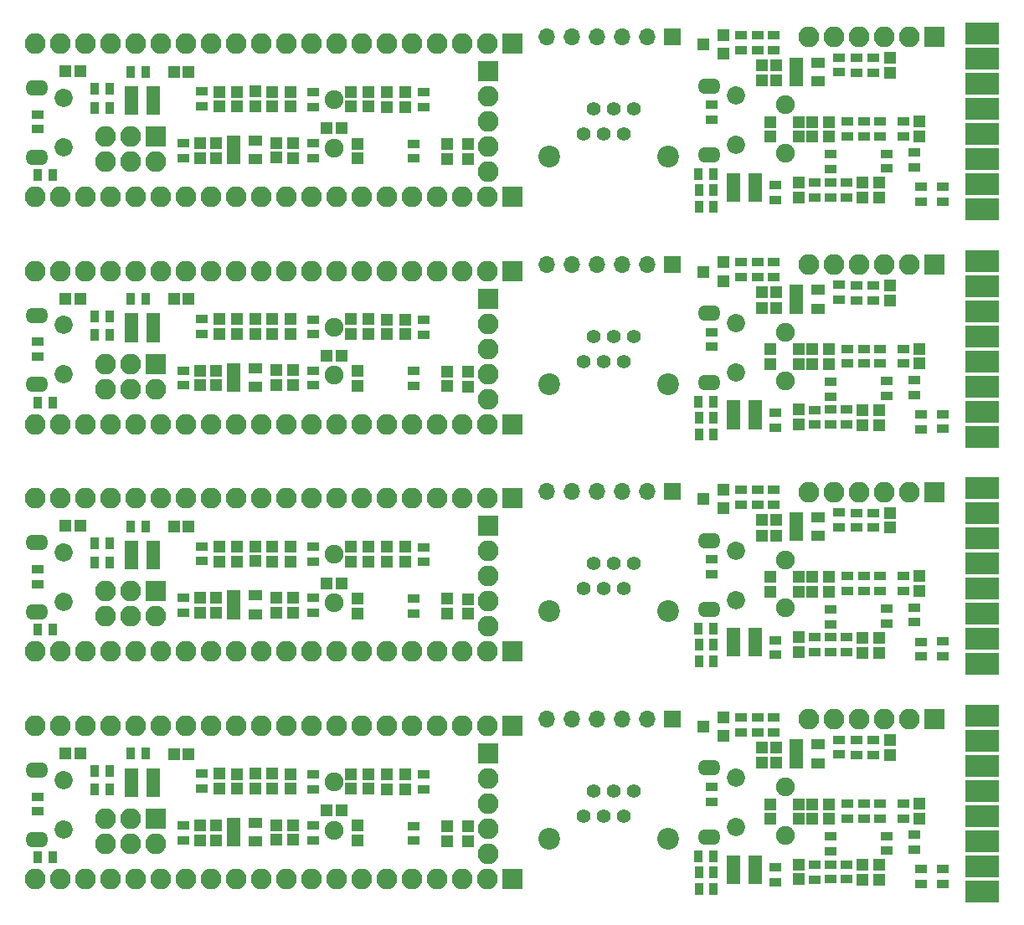
<source format=gbs>
%MOIN*%
%OFA0B0*%
%FSLAX46Y46*%
%IPPOS*%
%LPD*%
%ADD10C,0.0039370078740157488*%
%ADD11C,0.086614173228346469*%
%ADD12C,0.055118110236220472*%
%ADD13R,0.066929133858267723X0.066929133858267723*%
%ADD14O,0.066929133858267723X0.066929133858267723*%
%ADD25C,0.0039370078740157488*%
%ADD26C,0.086614173228346469*%
%ADD27C,0.055118110236220472*%
%ADD28R,0.066929133858267723X0.066929133858267723*%
%ADD29O,0.066929133858267723X0.066929133858267723*%
%ADD30C,0.0039370078740157488*%
%ADD31C,0.086614173228346469*%
%ADD32C,0.055118110236220472*%
%ADD33R,0.066929133858267723X0.066929133858267723*%
%ADD34O,0.066929133858267723X0.066929133858267723*%
%ADD35C,0.0039370078740157488*%
%ADD36C,0.086614173228346469*%
%ADD37C,0.055118110236220472*%
%ADD38R,0.066929133858267723X0.066929133858267723*%
%ADD39O,0.066929133858267723X0.066929133858267723*%
%ADD40C,0.0039370078740157488*%
%ADD41R,0.051181102362204731X0.035433070866141732*%
%ADD42C,0.072834645669291348*%
%ADD43O,0.0905511811023622X0.062992125984251982*%
%ADD44R,0.082677165354330714X0.082677165354330714*%
%ADD45O,0.082677165354330714X0.082677165354330714*%
%ADD46R,0.0452755905511811X0.047244094488188976*%
%ADD47R,0.05748031496062992X0.041338582677165357*%
%ADD48R,0.035433070866141732X0.051181102362204731*%
%ADD49R,0.051181102362204731X0.047244094488188976*%
%ADD50R,0.047244094488188976X0.0452755905511811*%
%ADD51C,0.074803149606299218*%
%ADD52C,0.0039370078740157488*%
%ADD53R,0.051181102362204731X0.035433070866141732*%
%ADD54C,0.072834645669291348*%
%ADD55O,0.0905511811023622X0.062992125984251982*%
%ADD56R,0.082677165354330714X0.082677165354330714*%
%ADD57O,0.082677165354330714X0.082677165354330714*%
%ADD58R,0.0452755905511811X0.047244094488188976*%
%ADD59R,0.05748031496062992X0.041338582677165357*%
%ADD60R,0.035433070866141732X0.051181102362204731*%
%ADD61R,0.051181102362204731X0.047244094488188976*%
%ADD62R,0.047244094488188976X0.0452755905511811*%
%ADD63C,0.074803149606299218*%
%ADD64C,0.0039370078740157488*%
%ADD65R,0.051181102362204731X0.035433070866141732*%
%ADD66C,0.072834645669291348*%
%ADD67O,0.0905511811023622X0.062992125984251982*%
%ADD68R,0.082677165354330714X0.082677165354330714*%
%ADD69O,0.082677165354330714X0.082677165354330714*%
%ADD70R,0.0452755905511811X0.047244094488188976*%
%ADD71R,0.05748031496062992X0.041338582677165357*%
%ADD72R,0.035433070866141732X0.051181102362204731*%
%ADD73R,0.051181102362204731X0.047244094488188976*%
%ADD74R,0.047244094488188976X0.0452755905511811*%
%ADD75C,0.074803149606299218*%
%ADD76C,0.0039370078740157488*%
%ADD77R,0.051181102362204731X0.035433070866141732*%
%ADD78C,0.072834645669291348*%
%ADD79O,0.0905511811023622X0.062992125984251982*%
%ADD80R,0.082677165354330714X0.082677165354330714*%
%ADD81O,0.082677165354330714X0.082677165354330714*%
%ADD82R,0.0452755905511811X0.047244094488188976*%
%ADD83R,0.05748031496062992X0.041338582677165357*%
%ADD84R,0.035433070866141732X0.051181102362204731*%
%ADD85R,0.051181102362204731X0.047244094488188976*%
%ADD86R,0.047244094488188976X0.0452755905511811*%
%ADD87C,0.074803149606299218*%
%ADD88C,0.0039370078740157488*%
%ADD89R,0.082677165354330714X0.082677165354330714*%
%ADD90O,0.082677165354330714X0.082677165354330714*%
%ADD91R,0.035433070866141732X0.051181102362204731*%
%ADD92R,0.047244094488188976X0.0452755905511811*%
%ADD93R,0.0452755905511811X0.047244094488188976*%
%ADD94C,0.074803149606299218*%
%ADD95R,0.051181102362204731X0.035433070866141732*%
%ADD96R,0.05748031496062992X0.041338582677165357*%
%ADD97C,0.072834645669291348*%
%ADD98O,0.0905511811023622X0.062992125984251982*%
%ADD99C,0.0039370078740157488*%
%ADD100R,0.082677165354330714X0.082677165354330714*%
%ADD101O,0.082677165354330714X0.082677165354330714*%
%ADD102R,0.035433070866141732X0.051181102362204731*%
%ADD103R,0.047244094488188976X0.0452755905511811*%
%ADD104R,0.0452755905511811X0.047244094488188976*%
%ADD105C,0.074803149606299218*%
%ADD106R,0.051181102362204731X0.035433070866141732*%
%ADD107R,0.05748031496062992X0.041338582677165357*%
%ADD108C,0.072834645669291348*%
%ADD109O,0.0905511811023622X0.062992125984251982*%
%ADD110C,0.0039370078740157488*%
%ADD111R,0.082677165354330714X0.082677165354330714*%
%ADD112O,0.082677165354330714X0.082677165354330714*%
%ADD113R,0.035433070866141732X0.051181102362204731*%
%ADD114R,0.047244094488188976X0.0452755905511811*%
%ADD115R,0.0452755905511811X0.047244094488188976*%
%ADD116C,0.074803149606299218*%
%ADD117R,0.051181102362204731X0.035433070866141732*%
%ADD118R,0.05748031496062992X0.041338582677165357*%
%ADD119C,0.072834645669291348*%
%ADD120O,0.0905511811023622X0.062992125984251982*%
%ADD121C,0.0039370078740157488*%
%ADD122R,0.082677165354330714X0.082677165354330714*%
%ADD123O,0.082677165354330714X0.082677165354330714*%
%ADD124R,0.035433070866141732X0.051181102362204731*%
%ADD125R,0.047244094488188976X0.0452755905511811*%
%ADD126R,0.0452755905511811X0.047244094488188976*%
%ADD127C,0.074803149606299218*%
%ADD128R,0.051181102362204731X0.035433070866141732*%
%ADD129R,0.05748031496062992X0.041338582677165357*%
%ADD130C,0.072834645669291348*%
%ADD131O,0.0905511811023622X0.062992125984251982*%
G01G01*
D10*
D11*
X0002047244Y0000905511D02*
X0002124015Y0000310629D03*
X0002596456Y0000310629D03*
D12*
X0002260236Y0000401181D03*
X0002300196Y0000501181D03*
X0002340157Y0000401181D03*
X0002380118Y0000501181D03*
X0002420078Y0000401181D03*
X0002460039Y0000501181D03*
D13*
X0002612204Y0000787401D03*
D14*
X0002512204Y0000787401D03*
X0002412204Y0000787401D03*
X0002312204Y0000787401D03*
X0002212204Y0000787401D03*
X0002112204Y0000787401D03*
G04 next file*
G04 Gerber Fmt 4.6, Leading zero omitted, Abs format (unit mm)*
G04 Created by KiCad (PCBNEW 4.0.7) date 11/16/17 17:55:08*
G01G01*
G04 APERTURE LIST*
G04 APERTURE END LIST*
D25*
D26*
X0002047244Y0001811023D02*
X0002124015Y0001216141D03*
X0002596456Y0001216141D03*
D27*
X0002260236Y0001306692D03*
X0002300196Y0001406692D03*
X0002340157Y0001306692D03*
X0002380118Y0001406692D03*
X0002420078Y0001306692D03*
X0002460039Y0001406692D03*
D28*
X0002612204Y0001692913D03*
D29*
X0002512204Y0001692913D03*
X0002412204Y0001692913D03*
X0002312204Y0001692913D03*
X0002212204Y0001692913D03*
X0002112204Y0001692913D03*
G04 next file*
G04 Gerber Fmt 4.6, Leading zero omitted, Abs format (unit mm)*
G04 Created by KiCad (PCBNEW 4.0.7) date 11/16/17 17:55:08*
G01G01*
G04 APERTURE LIST*
G04 APERTURE END LIST*
D30*
D31*
X0002047244Y0002716535D02*
X0002124015Y0002121653D03*
X0002596456Y0002121653D03*
D32*
X0002260236Y0002212204D03*
X0002300196Y0002312204D03*
X0002340157Y0002212204D03*
X0002380118Y0002312204D03*
X0002420078Y0002212204D03*
X0002460039Y0002312204D03*
D33*
X0002612204Y0002598425D03*
D34*
X0002512204Y0002598425D03*
X0002412204Y0002598425D03*
X0002312204Y0002598425D03*
X0002212204Y0002598425D03*
X0002112204Y0002598425D03*
G04 next file*
G04 Gerber Fmt 4.6, Leading zero omitted, Abs format (unit mm)*
G04 Created by KiCad (PCBNEW 4.0.7) date 11/16/17 17:55:08*
G01G01*
G04 APERTURE LIST*
G04 APERTURE END LIST*
D35*
D36*
X0002047244Y0003622047D02*
X0002124015Y0003027165D03*
X0002596456Y0003027165D03*
D37*
X0002260236Y0003117716D03*
X0002300196Y0003217716D03*
X0002340157Y0003117716D03*
X0002380118Y0003217716D03*
X0002420078Y0003117716D03*
X0002460039Y0003217716D03*
D38*
X0002612204Y0003503937D03*
D39*
X0002512204Y0003503937D03*
X0002412204Y0003503937D03*
X0002312204Y0003503937D03*
X0002212204Y0003503937D03*
X0002112204Y0003503937D03*
G04 next file*
G04 Gerber Fmt 4.6, Leading zero omitted, Abs format (unit mm)*
G04 Created by KiCad (PCBNEW 4.0.7) date 11/17/17 16:50:59*
G01G01*
G04 APERTURE LIST*
G04 APERTURE END LIST*
D40*
D41*
X0002677165Y0000905511D02*
X0003242716Y0000319291D03*
X0003242716Y0000260236D03*
X0003574803Y0000267322D03*
X0003574803Y0000326377D03*
X0003465354Y0000322047D03*
X0003465354Y0000262992D03*
D42*
X0002866937Y0000553149D03*
X0002866937Y0000356299D03*
D43*
X0002760637Y0000592519D03*
X0002760637Y0000316929D03*
D40*
G36*
X0003913385Y0000843700D02*
X0003913385Y0000757086D01*
X0003779527Y0000757086D01*
X0003779527Y0000843700D01*
X0003913385Y0000843700D01*
X0003913385Y0000843700D01*
G37*
G36*
X0003913385Y0000743700D02*
X0003913385Y0000657086D01*
X0003779527Y0000657086D01*
X0003779527Y0000743700D01*
X0003913385Y0000743700D01*
X0003913385Y0000743700D01*
G37*
G36*
X0003913385Y0000643700D02*
X0003913385Y0000557086D01*
X0003779527Y0000557086D01*
X0003779527Y0000643700D01*
X0003913385Y0000643700D01*
X0003913385Y0000643700D01*
G37*
G36*
X0003913385Y0000543700D02*
X0003913385Y0000457086D01*
X0003779527Y0000457086D01*
X0003779527Y0000543700D01*
X0003913385Y0000543700D01*
X0003913385Y0000543700D01*
G37*
G36*
X0003913385Y0000443700D02*
X0003913385Y0000357086D01*
X0003779527Y0000357086D01*
X0003779527Y0000443700D01*
X0003913385Y0000443700D01*
X0003913385Y0000443700D01*
G37*
G36*
X0003913385Y0000343700D02*
X0003913385Y0000257086D01*
X0003779527Y0000257086D01*
X0003779527Y0000343700D01*
X0003913385Y0000343700D01*
X0003913385Y0000343700D01*
G37*
G36*
X0003913385Y0000243700D02*
X0003913385Y0000157086D01*
X0003779527Y0000157086D01*
X0003779527Y0000243700D01*
X0003913385Y0000243700D01*
X0003913385Y0000243700D01*
G37*
G36*
X0003913385Y0000143700D02*
X0003913385Y0000057086D01*
X0003779527Y0000057086D01*
X0003779527Y0000143700D01*
X0003913385Y0000143700D01*
X0003913385Y0000143700D01*
G37*
D44*
X0003654937Y0000786314D03*
D45*
X0003554937Y0000786314D03*
X0003454937Y0000786314D03*
X0003354937Y0000786314D03*
X0003254937Y0000786314D03*
X0003154937Y0000786314D03*
D41*
X0003345275Y0000643700D03*
X0003345275Y0000702755D03*
X0003307937Y0000392125D03*
X0003307937Y0000451181D03*
D46*
X0003370866Y0000205905D03*
X0003370866Y0000146850D03*
X0003596937Y0000392125D03*
X0003596937Y0000451181D03*
X0003480314Y0000643700D03*
X0003480314Y0000702755D03*
X0003235937Y0000389787D03*
X0003235937Y0000448842D03*
D41*
X0003022440Y0000137795D03*
X0003022440Y0000196850D03*
X0003688224Y0000191096D03*
X0003688224Y0000132041D03*
X0003603291Y0000130826D03*
X0003603291Y0000189881D03*
D47*
X0002857086Y0000150787D03*
X0002857086Y0000188188D03*
X0002857086Y0000225590D03*
X0002943700Y0000225590D03*
X0002943700Y0000150787D03*
X0002943700Y0000188188D03*
D41*
X0003412992Y0000702755D03*
X0003412992Y0000643700D03*
X0003375937Y0000451181D03*
X0003375937Y0000392125D03*
X0003440937Y0000392125D03*
X0003440937Y0000451181D03*
X0003532677Y0000451181D03*
X0003532677Y0000392125D03*
X0003017173Y0000794748D03*
X0003017173Y0000735692D03*
X0003274409Y0000705511D03*
X0003274409Y0000646456D03*
X0002885173Y0000735692D03*
X0002885173Y0000794748D03*
X0002951173Y0000794748D03*
X0002951173Y0000735692D03*
X0002767937Y0000517370D03*
X0002767937Y0000458314D03*
D48*
X0002718133Y0000177196D03*
X0002777188Y0000177196D03*
X0002776244Y0000241196D03*
X0002717188Y0000241196D03*
X0002718133Y0000111196D03*
X0002777188Y0000111196D03*
D41*
X0003242716Y0000208251D03*
X0003242716Y0000149196D03*
X0003305716Y0000208251D03*
X0003305716Y0000149196D03*
X0003180716Y0000207251D03*
X0003180716Y0000148196D03*
D49*
X0002814960Y0000795275D03*
X0002814960Y0000720472D03*
X0002736220Y0000757874D03*
D46*
X0003168897Y0000389370D03*
X0003168897Y0000448425D03*
D50*
X0003027267Y0000675685D03*
X0002968212Y0000675685D03*
D46*
X0003114566Y0000448818D03*
X0003114566Y0000389763D03*
X0003001968Y0000389370D03*
X0003001968Y0000448425D03*
X0003114716Y0000149196D03*
X0003114716Y0000208251D03*
X0003434645Y0000205905D03*
X0003434645Y0000146850D03*
D51*
X0003062937Y0000324314D03*
X0003062937Y0000516440D03*
D50*
X0003027267Y0000612685D03*
X0002968212Y0000612685D03*
D47*
X0003105511Y0000611023D03*
X0003105511Y0000648425D03*
X0003105511Y0000685826D03*
X0003192125Y0000685826D03*
X0003192125Y0000611023D03*
G04 next file*
G04 Gerber Fmt 4.6, Leading zero omitted, Abs format (unit mm)*
G04 Created by KiCad (PCBNEW 4.0.7) date 11/17/17 16:50:59*
G01G01*
G04 APERTURE LIST*
G04 APERTURE END LIST*
D52*
D53*
X0002677165Y0001811023D02*
X0003242716Y0001224803D03*
X0003242716Y0001165748D03*
X0003574803Y0001172834D03*
X0003574803Y0001231889D03*
X0003465354Y0001227559D03*
X0003465354Y0001168503D03*
D54*
X0002866937Y0001458661D03*
X0002866937Y0001261810D03*
D55*
X0002760637Y0001498031D03*
X0002760637Y0001222440D03*
D52*
G36*
X0003913385Y0001749212D02*
X0003913385Y0001662598D01*
X0003779527Y0001662598D01*
X0003779527Y0001749212D01*
X0003913385Y0001749212D01*
X0003913385Y0001749212D01*
G37*
G36*
X0003913385Y0001649212D02*
X0003913385Y0001562598D01*
X0003779527Y0001562598D01*
X0003779527Y0001649212D01*
X0003913385Y0001649212D01*
X0003913385Y0001649212D01*
G37*
G36*
X0003913385Y0001549212D02*
X0003913385Y0001462598D01*
X0003779527Y0001462598D01*
X0003779527Y0001549212D01*
X0003913385Y0001549212D01*
X0003913385Y0001549212D01*
G37*
G36*
X0003913385Y0001449212D02*
X0003913385Y0001362598D01*
X0003779527Y0001362598D01*
X0003779527Y0001449212D01*
X0003913385Y0001449212D01*
X0003913385Y0001449212D01*
G37*
G36*
X0003913385Y0001349212D02*
X0003913385Y0001262598D01*
X0003779527Y0001262598D01*
X0003779527Y0001349212D01*
X0003913385Y0001349212D01*
X0003913385Y0001349212D01*
G37*
G36*
X0003913385Y0001249212D02*
X0003913385Y0001162598D01*
X0003779527Y0001162598D01*
X0003779527Y0001249212D01*
X0003913385Y0001249212D01*
X0003913385Y0001249212D01*
G37*
G36*
X0003913385Y0001149212D02*
X0003913385Y0001062598D01*
X0003779527Y0001062598D01*
X0003779527Y0001149212D01*
X0003913385Y0001149212D01*
X0003913385Y0001149212D01*
G37*
G36*
X0003913385Y0001049212D02*
X0003913385Y0000962598D01*
X0003779527Y0000962598D01*
X0003779527Y0001049212D01*
X0003913385Y0001049212D01*
X0003913385Y0001049212D01*
G37*
D56*
X0003654937Y0001691826D03*
D57*
X0003554937Y0001691826D03*
X0003454937Y0001691826D03*
X0003354937Y0001691826D03*
X0003254937Y0001691826D03*
X0003154937Y0001691826D03*
D53*
X0003345275Y0001549212D03*
X0003345275Y0001608267D03*
X0003307937Y0001297637D03*
X0003307937Y0001356692D03*
D58*
X0003370866Y0001111417D03*
X0003370866Y0001052362D03*
X0003596937Y0001297637D03*
X0003596937Y0001356692D03*
X0003480314Y0001549212D03*
X0003480314Y0001608267D03*
X0003235937Y0001295299D03*
X0003235937Y0001354354D03*
D53*
X0003022440Y0001043307D03*
X0003022440Y0001102362D03*
X0003688224Y0001096608D03*
X0003688224Y0001037553D03*
X0003603291Y0001036338D03*
X0003603291Y0001095393D03*
D59*
X0002857086Y0001056299D03*
X0002857086Y0001093700D03*
X0002857086Y0001131102D03*
X0002943700Y0001131102D03*
X0002943700Y0001056299D03*
X0002943700Y0001093700D03*
D53*
X0003412992Y0001608267D03*
X0003412992Y0001549212D03*
X0003375937Y0001356692D03*
X0003375937Y0001297637D03*
X0003440937Y0001297637D03*
X0003440937Y0001356692D03*
X0003532677Y0001356692D03*
X0003532677Y0001297637D03*
X0003017173Y0001700259D03*
X0003017173Y0001641204D03*
X0003274409Y0001611023D03*
X0003274409Y0001551968D03*
X0002885173Y0001641204D03*
X0002885173Y0001700259D03*
X0002951173Y0001700259D03*
X0002951173Y0001641204D03*
X0002767937Y0001422881D03*
X0002767937Y0001363826D03*
D60*
X0002718133Y0001082708D03*
X0002777188Y0001082708D03*
X0002776244Y0001146708D03*
X0002717188Y0001146708D03*
X0002718133Y0001016708D03*
X0002777188Y0001016708D03*
D53*
X0003242716Y0001113763D03*
X0003242716Y0001054708D03*
X0003305716Y0001113763D03*
X0003305716Y0001054708D03*
X0003180716Y0001112763D03*
X0003180716Y0001053708D03*
D61*
X0002814960Y0001700787D03*
X0002814960Y0001625984D03*
X0002736220Y0001663385D03*
D58*
X0003168897Y0001294881D03*
X0003168897Y0001353937D03*
D62*
X0003027267Y0001581196D03*
X0002968212Y0001581196D03*
D58*
X0003114566Y0001354330D03*
X0003114566Y0001295275D03*
X0003001968Y0001294881D03*
X0003001968Y0001353937D03*
X0003114716Y0001054708D03*
X0003114716Y0001113763D03*
X0003434645Y0001111417D03*
X0003434645Y0001052362D03*
D63*
X0003062937Y0001229826D03*
X0003062937Y0001421952D03*
D62*
X0003027267Y0001518196D03*
X0002968212Y0001518196D03*
D59*
X0003105511Y0001516535D03*
X0003105511Y0001553937D03*
X0003105511Y0001591338D03*
X0003192125Y0001591338D03*
X0003192125Y0001516535D03*
G04 next file*
G04 Gerber Fmt 4.6, Leading zero omitted, Abs format (unit mm)*
G04 Created by KiCad (PCBNEW 4.0.7) date 11/17/17 16:50:59*
G01G01*
G04 APERTURE LIST*
G04 APERTURE END LIST*
D64*
D65*
X0002677165Y0002716535D02*
X0003242716Y0002130314D03*
X0003242716Y0002071259D03*
X0003574803Y0002078346D03*
X0003574803Y0002137401D03*
X0003465354Y0002133070D03*
X0003465354Y0002074015D03*
D66*
X0002866937Y0002364173D03*
X0002866937Y0002167322D03*
D67*
X0002760637Y0002403543D03*
X0002760637Y0002127952D03*
D64*
G36*
X0003913385Y0002654724D02*
X0003913385Y0002568110D01*
X0003779527Y0002568110D01*
X0003779527Y0002654724D01*
X0003913385Y0002654724D01*
X0003913385Y0002654724D01*
G37*
G36*
X0003913385Y0002554724D02*
X0003913385Y0002468110D01*
X0003779527Y0002468110D01*
X0003779527Y0002554724D01*
X0003913385Y0002554724D01*
X0003913385Y0002554724D01*
G37*
G36*
X0003913385Y0002454724D02*
X0003913385Y0002368110D01*
X0003779527Y0002368110D01*
X0003779527Y0002454724D01*
X0003913385Y0002454724D01*
X0003913385Y0002454724D01*
G37*
G36*
X0003913385Y0002354724D02*
X0003913385Y0002268110D01*
X0003779527Y0002268110D01*
X0003779527Y0002354724D01*
X0003913385Y0002354724D01*
X0003913385Y0002354724D01*
G37*
G36*
X0003913385Y0002254724D02*
X0003913385Y0002168110D01*
X0003779527Y0002168110D01*
X0003779527Y0002254724D01*
X0003913385Y0002254724D01*
X0003913385Y0002254724D01*
G37*
G36*
X0003913385Y0002154724D02*
X0003913385Y0002068110D01*
X0003779527Y0002068110D01*
X0003779527Y0002154724D01*
X0003913385Y0002154724D01*
X0003913385Y0002154724D01*
G37*
G36*
X0003913385Y0002054724D02*
X0003913385Y0001968110D01*
X0003779527Y0001968110D01*
X0003779527Y0002054724D01*
X0003913385Y0002054724D01*
X0003913385Y0002054724D01*
G37*
G36*
X0003913385Y0001954724D02*
X0003913385Y0001868110D01*
X0003779527Y0001868110D01*
X0003779527Y0001954724D01*
X0003913385Y0001954724D01*
X0003913385Y0001954724D01*
G37*
D68*
X0003654937Y0002597338D03*
D69*
X0003554937Y0002597338D03*
X0003454937Y0002597338D03*
X0003354937Y0002597338D03*
X0003254937Y0002597338D03*
X0003154937Y0002597338D03*
D65*
X0003345275Y0002454724D03*
X0003345275Y0002513779D03*
X0003307937Y0002203149D03*
X0003307937Y0002262204D03*
D70*
X0003370866Y0002016929D03*
X0003370866Y0001957874D03*
X0003596937Y0002203149D03*
X0003596937Y0002262204D03*
X0003480314Y0002454724D03*
X0003480314Y0002513779D03*
X0003235937Y0002200811D03*
X0003235937Y0002259866D03*
D65*
X0003022440Y0001948818D03*
X0003022440Y0002007874D03*
X0003688224Y0002002120D03*
X0003688224Y0001943064D03*
X0003603291Y0001941850D03*
X0003603291Y0002000905D03*
D71*
X0002857086Y0001961811D03*
X0002857086Y0001999212D03*
X0002857086Y0002036614D03*
X0002943700Y0002036614D03*
X0002943700Y0001961811D03*
X0002943700Y0001999212D03*
D65*
X0003412992Y0002513779D03*
X0003412992Y0002454724D03*
X0003375937Y0002262204D03*
X0003375937Y0002203149D03*
X0003440937Y0002203149D03*
X0003440937Y0002262204D03*
X0003532677Y0002262204D03*
X0003532677Y0002203149D03*
X0003017173Y0002605771D03*
X0003017173Y0002546716D03*
X0003274409Y0002516535D03*
X0003274409Y0002457480D03*
X0002885173Y0002546716D03*
X0002885173Y0002605771D03*
X0002951173Y0002605771D03*
X0002951173Y0002546716D03*
X0002767937Y0002328393D03*
X0002767937Y0002269338D03*
D72*
X0002718133Y0001988220D03*
X0002777188Y0001988220D03*
X0002776244Y0002052220D03*
X0002717188Y0002052220D03*
X0002718133Y0001922220D03*
X0002777188Y0001922220D03*
D65*
X0003242716Y0002019275D03*
X0003242716Y0001960220D03*
X0003305716Y0002019275D03*
X0003305716Y0001960220D03*
X0003180716Y0002018275D03*
X0003180716Y0001959220D03*
D73*
X0002814960Y0002606299D03*
X0002814960Y0002531496D03*
X0002736220Y0002568897D03*
D70*
X0003168897Y0002200393D03*
X0003168897Y0002259448D03*
D74*
X0003027267Y0002486708D03*
X0002968212Y0002486708D03*
D70*
X0003114566Y0002259842D03*
X0003114566Y0002200787D03*
X0003001968Y0002200393D03*
X0003001968Y0002259448D03*
X0003114716Y0001960220D03*
X0003114716Y0002019275D03*
X0003434645Y0002016929D03*
X0003434645Y0001957874D03*
D75*
X0003062937Y0002135338D03*
X0003062937Y0002327464D03*
D74*
X0003027267Y0002423708D03*
X0002968212Y0002423708D03*
D71*
X0003105511Y0002422047D03*
X0003105511Y0002459448D03*
X0003105511Y0002496850D03*
X0003192125Y0002496850D03*
X0003192125Y0002422047D03*
G04 next file*
G04 Gerber Fmt 4.6, Leading zero omitted, Abs format (unit mm)*
G04 Created by KiCad (PCBNEW 4.0.7) date 11/17/17 16:50:59*
G01G01*
G04 APERTURE LIST*
G04 APERTURE END LIST*
D76*
D77*
X0002677165Y0003622047D02*
X0003242716Y0003035826D03*
X0003242716Y0002976771D03*
X0003574803Y0002983858D03*
X0003574803Y0003042913D03*
X0003465354Y0003038582D03*
X0003465354Y0002979527D03*
D78*
X0002866937Y0003269685D03*
X0002866937Y0003072834D03*
D79*
X0002760637Y0003309055D03*
X0002760637Y0003033464D03*
D76*
G36*
X0003913385Y0003560236D02*
X0003913385Y0003473622D01*
X0003779527Y0003473622D01*
X0003779527Y0003560236D01*
X0003913385Y0003560236D01*
X0003913385Y0003560236D01*
G37*
G36*
X0003913385Y0003460236D02*
X0003913385Y0003373622D01*
X0003779527Y0003373622D01*
X0003779527Y0003460236D01*
X0003913385Y0003460236D01*
X0003913385Y0003460236D01*
G37*
G36*
X0003913385Y0003360236D02*
X0003913385Y0003273622D01*
X0003779527Y0003273622D01*
X0003779527Y0003360236D01*
X0003913385Y0003360236D01*
X0003913385Y0003360236D01*
G37*
G36*
X0003913385Y0003260236D02*
X0003913385Y0003173622D01*
X0003779527Y0003173622D01*
X0003779527Y0003260236D01*
X0003913385Y0003260236D01*
X0003913385Y0003260236D01*
G37*
G36*
X0003913385Y0003160236D02*
X0003913385Y0003073622D01*
X0003779527Y0003073622D01*
X0003779527Y0003160236D01*
X0003913385Y0003160236D01*
X0003913385Y0003160236D01*
G37*
G36*
X0003913385Y0003060236D02*
X0003913385Y0002973622D01*
X0003779527Y0002973622D01*
X0003779527Y0003060236D01*
X0003913385Y0003060236D01*
X0003913385Y0003060236D01*
G37*
G36*
X0003913385Y0002960236D02*
X0003913385Y0002873622D01*
X0003779527Y0002873622D01*
X0003779527Y0002960236D01*
X0003913385Y0002960236D01*
X0003913385Y0002960236D01*
G37*
G36*
X0003913385Y0002860236D02*
X0003913385Y0002773622D01*
X0003779527Y0002773622D01*
X0003779527Y0002860236D01*
X0003913385Y0002860236D01*
X0003913385Y0002860236D01*
G37*
D80*
X0003654937Y0003502850D03*
D81*
X0003554937Y0003502850D03*
X0003454937Y0003502850D03*
X0003354937Y0003502850D03*
X0003254937Y0003502850D03*
X0003154937Y0003502850D03*
D77*
X0003345275Y0003360236D03*
X0003345275Y0003419291D03*
X0003307937Y0003108661D03*
X0003307937Y0003167716D03*
D82*
X0003370866Y0002922440D03*
X0003370866Y0002863385D03*
X0003596937Y0003108661D03*
X0003596937Y0003167716D03*
X0003480314Y0003360236D03*
X0003480314Y0003419291D03*
X0003235937Y0003106322D03*
X0003235937Y0003165377D03*
D77*
X0003022440Y0002854330D03*
X0003022440Y0002913385D03*
X0003688224Y0002907631D03*
X0003688224Y0002848576D03*
X0003603291Y0002847362D03*
X0003603291Y0002906417D03*
D83*
X0002857086Y0002867322D03*
X0002857086Y0002904724D03*
X0002857086Y0002942125D03*
X0002943700Y0002942125D03*
X0002943700Y0002867322D03*
X0002943700Y0002904724D03*
D77*
X0003412992Y0003419291D03*
X0003412992Y0003360236D03*
X0003375937Y0003167716D03*
X0003375937Y0003108661D03*
X0003440937Y0003108661D03*
X0003440937Y0003167716D03*
X0003532677Y0003167716D03*
X0003532677Y0003108661D03*
X0003017173Y0003511283D03*
X0003017173Y0003452228D03*
X0003274409Y0003422047D03*
X0003274409Y0003362992D03*
X0002885173Y0003452228D03*
X0002885173Y0003511283D03*
X0002951173Y0003511283D03*
X0002951173Y0003452228D03*
X0002767937Y0003233905D03*
X0002767937Y0003174850D03*
D84*
X0002718133Y0002893732D03*
X0002777188Y0002893732D03*
X0002776244Y0002957732D03*
X0002717188Y0002957732D03*
X0002718133Y0002827732D03*
X0002777188Y0002827732D03*
D77*
X0003242716Y0002924787D03*
X0003242716Y0002865732D03*
X0003305716Y0002924787D03*
X0003305716Y0002865732D03*
X0003180716Y0002923787D03*
X0003180716Y0002864732D03*
D85*
X0002814960Y0003511811D03*
X0002814960Y0003437007D03*
X0002736220Y0003474409D03*
D82*
X0003168897Y0003105905D03*
X0003168897Y0003164960D03*
D86*
X0003027267Y0003392220D03*
X0002968212Y0003392220D03*
D82*
X0003114566Y0003165354D03*
X0003114566Y0003106299D03*
X0003001968Y0003105905D03*
X0003001968Y0003164960D03*
X0003114716Y0002865732D03*
X0003114716Y0002924787D03*
X0003434645Y0002922440D03*
X0003434645Y0002863385D03*
D87*
X0003062937Y0003040850D03*
X0003062937Y0003232976D03*
D86*
X0003027267Y0003329220D03*
X0002968212Y0003329220D03*
D83*
X0003105511Y0003327559D03*
X0003105511Y0003364960D03*
X0003105511Y0003402362D03*
X0003192125Y0003402362D03*
X0003192125Y0003327559D03*
G04 next file*
G04 Gerber Fmt 4.6, Leading zero omitted, Abs format (unit mm)*
G04 Created by KiCad (PCBNEW 4.0.7) date 11/17/17 16:48:23*
G01G01*
G04 APERTURE LIST*
G04 APERTURE END LIST*
D88*
D89*
X0000000000Y0001811023D02*
X0001880787Y0001555826D03*
D90*
X0001880787Y0001455826D03*
X0001880787Y0001355826D03*
X0001880787Y0001255826D03*
X0001880787Y0001155826D03*
D91*
X0000086692Y0001142834D03*
X0000145748Y0001142834D03*
D92*
X0001236299Y0001328267D03*
X0001295354Y0001328267D03*
D93*
X0001359921Y0001268031D03*
X0001359921Y0001208976D03*
X0001798110Y0001206220D03*
X0001798110Y0001265275D03*
D92*
X0000255196Y0001556220D03*
X0000196141Y0001556220D03*
X0000628425Y0001553858D03*
X0000687480Y0001553858D03*
D94*
X0001265433Y0001251102D03*
X0001265433Y0001443228D03*
D95*
X0000665826Y0001269606D03*
X0000665826Y0001210551D03*
D93*
X0000731968Y0001210944D03*
X0000731968Y0001269999D03*
X0000796535Y0001269606D03*
X0000796535Y0001210551D03*
D96*
X0000866220Y0001205433D03*
X0000866220Y0001242834D03*
X0000866220Y0001280236D03*
X0000952834Y0001280236D03*
X0000952834Y0001205433D03*
D93*
X0001034724Y0001270787D03*
X0001034724Y0001211732D03*
X0001103228Y0001270393D03*
X0001103228Y0001211338D03*
D95*
X0001181574Y0001269606D03*
X0001181574Y0001210551D03*
X0001582362Y0001267244D03*
X0001582362Y0001208188D03*
D93*
X0001715433Y0001207401D03*
X0001715433Y0001266456D03*
D95*
X0001623700Y0001472362D03*
X0001623700Y0001413307D03*
D93*
X0001476456Y0001414488D03*
X0001476456Y0001473543D03*
X0001401653Y0001474330D03*
X0001401653Y0001415275D03*
X0001333543Y0001474330D03*
X0001333543Y0001415275D03*
D95*
X0001184330Y0001413700D03*
X0001184330Y0001472755D03*
D93*
X0001093385Y0001415275D03*
X0001093385Y0001474330D03*
X0000810708Y0001415669D03*
X0000810708Y0001474724D03*
X0001019370Y0001415669D03*
X0001019370Y0001474724D03*
X0000878818Y0001414881D03*
X0000878818Y0001473937D03*
X0000952834Y0001416062D03*
X0000952834Y0001475118D03*
D95*
X0000739055Y0001475511D03*
X0000739055Y0001416456D03*
D91*
X0000516535Y0001554724D03*
X0000457480Y0001554724D03*
D96*
X0000546535Y0001477874D03*
X0000546535Y0001440472D03*
X0000546535Y0001403070D03*
X0000459921Y0001403070D03*
X0000459921Y0001477874D03*
X0000459921Y0001440472D03*
D91*
X0000372125Y0001411338D03*
X0000313070Y0001411338D03*
X0000372125Y0001486535D03*
X0000313070Y0001486535D03*
D95*
X0000085511Y0001384173D03*
X0000085511Y0001325118D03*
D97*
X0000189055Y0001450708D03*
X0000189055Y0001253858D03*
D98*
X0000082755Y0001490078D03*
X0000082755Y0001214488D03*
D89*
X0001974488Y0001055826D03*
D90*
X0001874488Y0001055826D03*
X0001774488Y0001055826D03*
X0001674488Y0001055826D03*
X0001574488Y0001055826D03*
X0001474488Y0001055826D03*
X0001374488Y0001055826D03*
X0001274488Y0001055826D03*
X0001174488Y0001055826D03*
X0001074488Y0001055826D03*
X0000974488Y0001055826D03*
X0000874488Y0001055826D03*
X0000774488Y0001055826D03*
X0000674488Y0001055826D03*
X0000574488Y0001055826D03*
X0000474488Y0001055826D03*
X0000374488Y0001055826D03*
X0000274488Y0001055826D03*
X0000174488Y0001055826D03*
X0000074488Y0001055826D03*
D89*
X0001974488Y0001666062D03*
D90*
X0001874488Y0001666062D03*
X0001774488Y0001666062D03*
X0001674488Y0001666062D03*
X0001574488Y0001666062D03*
X0001474488Y0001666062D03*
X0001374488Y0001666062D03*
X0001274488Y0001666062D03*
X0001174488Y0001666062D03*
X0001074488Y0001666062D03*
X0000974488Y0001666062D03*
X0000874488Y0001666062D03*
X0000774488Y0001666062D03*
X0000674488Y0001666062D03*
X0000574488Y0001666062D03*
X0000474488Y0001666062D03*
X0000374488Y0001666062D03*
X0000274488Y0001666062D03*
X0000174488Y0001666062D03*
X0000074488Y0001666062D03*
D89*
X0000555511Y0001296062D03*
D90*
X0000555511Y0001196062D03*
X0000455511Y0001296062D03*
X0000455511Y0001196062D03*
X0000355511Y0001296062D03*
X0000355511Y0001196062D03*
D93*
X0001549685Y0001414488D03*
X0001549685Y0001473543D03*
G04 next file*
G04 Gerber Fmt 4.6, Leading zero omitted, Abs format (unit mm)*
G04 Created by KiCad (PCBNEW 4.0.7) date 11/17/17 16:48:23*
G01G01*
G04 APERTURE LIST*
G04 APERTURE END LIST*
D99*
D100*
X0000000000Y0003622047D02*
X0001880787Y0003366850D03*
D101*
X0001880787Y0003266850D03*
X0001880787Y0003166850D03*
X0001880787Y0003066850D03*
X0001880787Y0002966850D03*
D102*
X0000086692Y0002953858D03*
X0000145748Y0002953858D03*
D103*
X0001236299Y0003139291D03*
X0001295354Y0003139291D03*
D104*
X0001359921Y0003079055D03*
X0001359921Y0003020000D03*
X0001798110Y0003017244D03*
X0001798110Y0003076299D03*
D103*
X0000255196Y0003367244D03*
X0000196141Y0003367244D03*
X0000628425Y0003364881D03*
X0000687480Y0003364881D03*
D105*
X0001265433Y0003062125D03*
X0001265433Y0003254251D03*
D106*
X0000665826Y0003080629D03*
X0000665826Y0003021574D03*
D104*
X0000731968Y0003021968D03*
X0000731968Y0003081023D03*
X0000796535Y0003080629D03*
X0000796535Y0003021574D03*
D107*
X0000866220Y0003016456D03*
X0000866220Y0003053858D03*
X0000866220Y0003091259D03*
X0000952834Y0003091259D03*
X0000952834Y0003016456D03*
D104*
X0001034724Y0003081811D03*
X0001034724Y0003022755D03*
X0001103228Y0003081417D03*
X0001103228Y0003022362D03*
D106*
X0001181574Y0003080629D03*
X0001181574Y0003021574D03*
X0001582362Y0003078267D03*
X0001582362Y0003019212D03*
D104*
X0001715433Y0003018425D03*
X0001715433Y0003077480D03*
D106*
X0001623700Y0003283385D03*
X0001623700Y0003224330D03*
D104*
X0001476456Y0003225511D03*
X0001476456Y0003284566D03*
X0001401653Y0003285354D03*
X0001401653Y0003226299D03*
X0001333543Y0003285354D03*
X0001333543Y0003226299D03*
D106*
X0001184330Y0003224724D03*
X0001184330Y0003283779D03*
D104*
X0001093385Y0003226299D03*
X0001093385Y0003285354D03*
X0000810708Y0003226692D03*
X0000810708Y0003285748D03*
X0001019370Y0003226692D03*
X0001019370Y0003285748D03*
X0000878818Y0003225905D03*
X0000878818Y0003284960D03*
X0000952834Y0003227086D03*
X0000952834Y0003286141D03*
D106*
X0000739055Y0003286535D03*
X0000739055Y0003227480D03*
D102*
X0000516535Y0003365748D03*
X0000457480Y0003365748D03*
D107*
X0000546535Y0003288897D03*
X0000546535Y0003251496D03*
X0000546535Y0003214094D03*
X0000459921Y0003214094D03*
X0000459921Y0003288897D03*
X0000459921Y0003251496D03*
D102*
X0000372125Y0003222362D03*
X0000313070Y0003222362D03*
X0000372125Y0003297559D03*
X0000313070Y0003297559D03*
D106*
X0000085511Y0003195196D03*
X0000085511Y0003136141D03*
D108*
X0000189055Y0003261732D03*
X0000189055Y0003064881D03*
D109*
X0000082755Y0003301102D03*
X0000082755Y0003025511D03*
D100*
X0001974488Y0002866850D03*
D101*
X0001874488Y0002866850D03*
X0001774488Y0002866850D03*
X0001674488Y0002866850D03*
X0001574488Y0002866850D03*
X0001474488Y0002866850D03*
X0001374488Y0002866850D03*
X0001274488Y0002866850D03*
X0001174488Y0002866850D03*
X0001074488Y0002866850D03*
X0000974488Y0002866850D03*
X0000874488Y0002866850D03*
X0000774488Y0002866850D03*
X0000674488Y0002866850D03*
X0000574488Y0002866850D03*
X0000474488Y0002866850D03*
X0000374488Y0002866850D03*
X0000274488Y0002866850D03*
X0000174488Y0002866850D03*
X0000074488Y0002866850D03*
D100*
X0001974488Y0003477086D03*
D101*
X0001874488Y0003477086D03*
X0001774488Y0003477086D03*
X0001674488Y0003477086D03*
X0001574488Y0003477086D03*
X0001474488Y0003477086D03*
X0001374488Y0003477086D03*
X0001274488Y0003477086D03*
X0001174488Y0003477086D03*
X0001074488Y0003477086D03*
X0000974488Y0003477086D03*
X0000874488Y0003477086D03*
X0000774488Y0003477086D03*
X0000674488Y0003477086D03*
X0000574488Y0003477086D03*
X0000474488Y0003477086D03*
X0000374488Y0003477086D03*
X0000274488Y0003477086D03*
X0000174488Y0003477086D03*
X0000074488Y0003477086D03*
D100*
X0000555511Y0003107086D03*
D101*
X0000555511Y0003007086D03*
X0000455511Y0003107086D03*
X0000455511Y0003007086D03*
X0000355511Y0003107086D03*
X0000355511Y0003007086D03*
D104*
X0001549685Y0003225511D03*
X0001549685Y0003284566D03*
G04 next file*
G04 Gerber Fmt 4.6, Leading zero omitted, Abs format (unit mm)*
G04 Created by KiCad (PCBNEW 4.0.7) date 11/17/17 16:48:23*
G01G01*
G04 APERTURE LIST*
G04 APERTURE END LIST*
D110*
D111*
X0000000000Y0002716535D02*
X0001880787Y0002461338D03*
D112*
X0001880787Y0002361338D03*
X0001880787Y0002261338D03*
X0001880787Y0002161338D03*
X0001880787Y0002061338D03*
D113*
X0000086692Y0002048346D03*
X0000145748Y0002048346D03*
D114*
X0001236299Y0002233779D03*
X0001295354Y0002233779D03*
D115*
X0001359921Y0002173543D03*
X0001359921Y0002114488D03*
X0001798110Y0002111732D03*
X0001798110Y0002170787D03*
D114*
X0000255196Y0002461732D03*
X0000196141Y0002461732D03*
X0000628425Y0002459370D03*
X0000687480Y0002459370D03*
D116*
X0001265433Y0002156614D03*
X0001265433Y0002348740D03*
D117*
X0000665826Y0002175118D03*
X0000665826Y0002116062D03*
D115*
X0000731968Y0002116456D03*
X0000731968Y0002175511D03*
X0000796535Y0002175118D03*
X0000796535Y0002116062D03*
D118*
X0000866220Y0002110944D03*
X0000866220Y0002148346D03*
X0000866220Y0002185748D03*
X0000952834Y0002185748D03*
X0000952834Y0002110944D03*
D115*
X0001034724Y0002176299D03*
X0001034724Y0002117244D03*
X0001103228Y0002175905D03*
X0001103228Y0002116850D03*
D117*
X0001181574Y0002175118D03*
X0001181574Y0002116062D03*
X0001582362Y0002172755D03*
X0001582362Y0002113700D03*
D115*
X0001715433Y0002112913D03*
X0001715433Y0002171968D03*
D117*
X0001623700Y0002377873D03*
X0001623700Y0002318818D03*
D115*
X0001476456Y0002320000D03*
X0001476456Y0002379055D03*
X0001401653Y0002379842D03*
X0001401653Y0002320787D03*
X0001333543Y0002379842D03*
X0001333543Y0002320787D03*
D117*
X0001184330Y0002319212D03*
X0001184330Y0002378267D03*
D115*
X0001093385Y0002320787D03*
X0001093385Y0002379842D03*
X0000810708Y0002321181D03*
X0000810708Y0002380236D03*
X0001019370Y0002321181D03*
X0001019370Y0002380236D03*
X0000878818Y0002320393D03*
X0000878818Y0002379448D03*
X0000952834Y0002321574D03*
X0000952834Y0002380629D03*
D117*
X0000739055Y0002381023D03*
X0000739055Y0002321968D03*
D113*
X0000516535Y0002460236D03*
X0000457480Y0002460236D03*
D118*
X0000546535Y0002383385D03*
X0000546535Y0002345984D03*
X0000546535Y0002308582D03*
X0000459921Y0002308582D03*
X0000459921Y0002383385D03*
X0000459921Y0002345984D03*
D113*
X0000372125Y0002316850D03*
X0000313070Y0002316850D03*
X0000372125Y0002392047D03*
X0000313070Y0002392047D03*
D117*
X0000085511Y0002289685D03*
X0000085511Y0002230629D03*
D119*
X0000189055Y0002356220D03*
X0000189055Y0002159370D03*
D120*
X0000082755Y0002395590D03*
X0000082755Y0002120000D03*
D111*
X0001974488Y0001961338D03*
D112*
X0001874488Y0001961338D03*
X0001774488Y0001961338D03*
X0001674488Y0001961338D03*
X0001574488Y0001961338D03*
X0001474488Y0001961338D03*
X0001374488Y0001961338D03*
X0001274488Y0001961338D03*
X0001174488Y0001961338D03*
X0001074488Y0001961338D03*
X0000974488Y0001961338D03*
X0000874488Y0001961338D03*
X0000774488Y0001961338D03*
X0000674488Y0001961338D03*
X0000574488Y0001961338D03*
X0000474488Y0001961338D03*
X0000374488Y0001961338D03*
X0000274488Y0001961338D03*
X0000174488Y0001961338D03*
X0000074488Y0001961338D03*
D111*
X0001974488Y0002571574D03*
D112*
X0001874488Y0002571574D03*
X0001774488Y0002571574D03*
X0001674488Y0002571574D03*
X0001574488Y0002571574D03*
X0001474488Y0002571574D03*
X0001374488Y0002571574D03*
X0001274488Y0002571574D03*
X0001174488Y0002571574D03*
X0001074488Y0002571574D03*
X0000974488Y0002571574D03*
X0000874488Y0002571574D03*
X0000774488Y0002571574D03*
X0000674488Y0002571574D03*
X0000574488Y0002571574D03*
X0000474488Y0002571574D03*
X0000374488Y0002571574D03*
X0000274488Y0002571574D03*
X0000174488Y0002571574D03*
X0000074488Y0002571574D03*
D111*
X0000555511Y0002201574D03*
D112*
X0000555511Y0002101574D03*
X0000455511Y0002201574D03*
X0000455511Y0002101574D03*
X0000355511Y0002201574D03*
X0000355511Y0002101574D03*
D115*
X0001549685Y0002320000D03*
X0001549685Y0002379055D03*
G04 next file*
G04 Gerber Fmt 4.6, Leading zero omitted, Abs format (unit mm)*
G04 Created by KiCad (PCBNEW 4.0.7) date 11/17/17 16:48:23*
G01G01*
G04 APERTURE LIST*
G04 APERTURE END LIST*
D121*
D122*
X0000000000Y0000905511D02*
X0001880787Y0000650314D03*
D123*
X0001880787Y0000550314D03*
X0001880787Y0000450314D03*
X0001880787Y0000350314D03*
X0001880787Y0000250314D03*
D124*
X0000086692Y0000237322D03*
X0000145748Y0000237322D03*
D125*
X0001236299Y0000422755D03*
X0001295354Y0000422755D03*
D126*
X0001359921Y0000362519D03*
X0001359921Y0000303464D03*
X0001798110Y0000300708D03*
X0001798110Y0000359763D03*
D125*
X0000255196Y0000650708D03*
X0000196141Y0000650708D03*
X0000628425Y0000648346D03*
X0000687480Y0000648346D03*
D127*
X0001265433Y0000345590D03*
X0001265433Y0000537716D03*
D128*
X0000665826Y0000364094D03*
X0000665826Y0000305039D03*
D126*
X0000731968Y0000305433D03*
X0000731968Y0000364488D03*
X0000796535Y0000364094D03*
X0000796535Y0000305039D03*
D129*
X0000866220Y0000299921D03*
X0000866220Y0000337322D03*
X0000866220Y0000374724D03*
X0000952834Y0000374724D03*
X0000952834Y0000299921D03*
D126*
X0001034724Y0000365275D03*
X0001034724Y0000306220D03*
X0001103228Y0000364881D03*
X0001103228Y0000305826D03*
D128*
X0001181574Y0000364094D03*
X0001181574Y0000305039D03*
X0001582362Y0000361732D03*
X0001582362Y0000302677D03*
D126*
X0001715433Y0000301889D03*
X0001715433Y0000360944D03*
D128*
X0001623700Y0000566850D03*
X0001623700Y0000507795D03*
D126*
X0001476456Y0000508976D03*
X0001476456Y0000568031D03*
X0001401653Y0000568818D03*
X0001401653Y0000509763D03*
X0001333543Y0000568818D03*
X0001333543Y0000509763D03*
D128*
X0001184330Y0000508188D03*
X0001184330Y0000567244D03*
D126*
X0001093385Y0000509763D03*
X0001093385Y0000568818D03*
X0000810708Y0000510157D03*
X0000810708Y0000569212D03*
X0001019370Y0000510157D03*
X0001019370Y0000569212D03*
X0000878818Y0000509370D03*
X0000878818Y0000568425D03*
X0000952834Y0000510551D03*
X0000952834Y0000569606D03*
D128*
X0000739055Y0000570000D03*
X0000739055Y0000510944D03*
D124*
X0000516535Y0000649212D03*
X0000457480Y0000649212D03*
D129*
X0000546535Y0000572362D03*
X0000546535Y0000534960D03*
X0000546535Y0000497559D03*
X0000459921Y0000497559D03*
X0000459921Y0000572362D03*
X0000459921Y0000534960D03*
D124*
X0000372125Y0000505826D03*
X0000313070Y0000505826D03*
X0000372125Y0000581023D03*
X0000313070Y0000581023D03*
D128*
X0000085511Y0000478661D03*
X0000085511Y0000419606D03*
D130*
X0000189055Y0000545196D03*
X0000189055Y0000348346D03*
D131*
X0000082755Y0000584566D03*
X0000082755Y0000308976D03*
D122*
X0001974488Y0000150314D03*
D123*
X0001874488Y0000150314D03*
X0001774488Y0000150314D03*
X0001674488Y0000150314D03*
X0001574488Y0000150314D03*
X0001474488Y0000150314D03*
X0001374488Y0000150314D03*
X0001274488Y0000150314D03*
X0001174488Y0000150314D03*
X0001074488Y0000150314D03*
X0000974488Y0000150314D03*
X0000874488Y0000150314D03*
X0000774488Y0000150314D03*
X0000674488Y0000150314D03*
X0000574488Y0000150314D03*
X0000474488Y0000150314D03*
X0000374488Y0000150314D03*
X0000274488Y0000150314D03*
X0000174488Y0000150314D03*
X0000074488Y0000150314D03*
D122*
X0001974488Y0000760551D03*
D123*
X0001874488Y0000760551D03*
X0001774488Y0000760551D03*
X0001674488Y0000760551D03*
X0001574488Y0000760551D03*
X0001474488Y0000760551D03*
X0001374488Y0000760551D03*
X0001274488Y0000760551D03*
X0001174488Y0000760551D03*
X0001074488Y0000760551D03*
X0000974488Y0000760551D03*
X0000874488Y0000760551D03*
X0000774488Y0000760551D03*
X0000674488Y0000760551D03*
X0000574488Y0000760551D03*
X0000474488Y0000760551D03*
X0000374488Y0000760551D03*
X0000274488Y0000760551D03*
X0000174488Y0000760551D03*
X0000074488Y0000760551D03*
D122*
X0000555511Y0000390551D03*
D123*
X0000555511Y0000290551D03*
X0000455511Y0000390551D03*
X0000455511Y0000290551D03*
X0000355511Y0000390551D03*
X0000355511Y0000290551D03*
D126*
X0001549685Y0000508976D03*
X0001549685Y0000568031D03*
M02*
</source>
